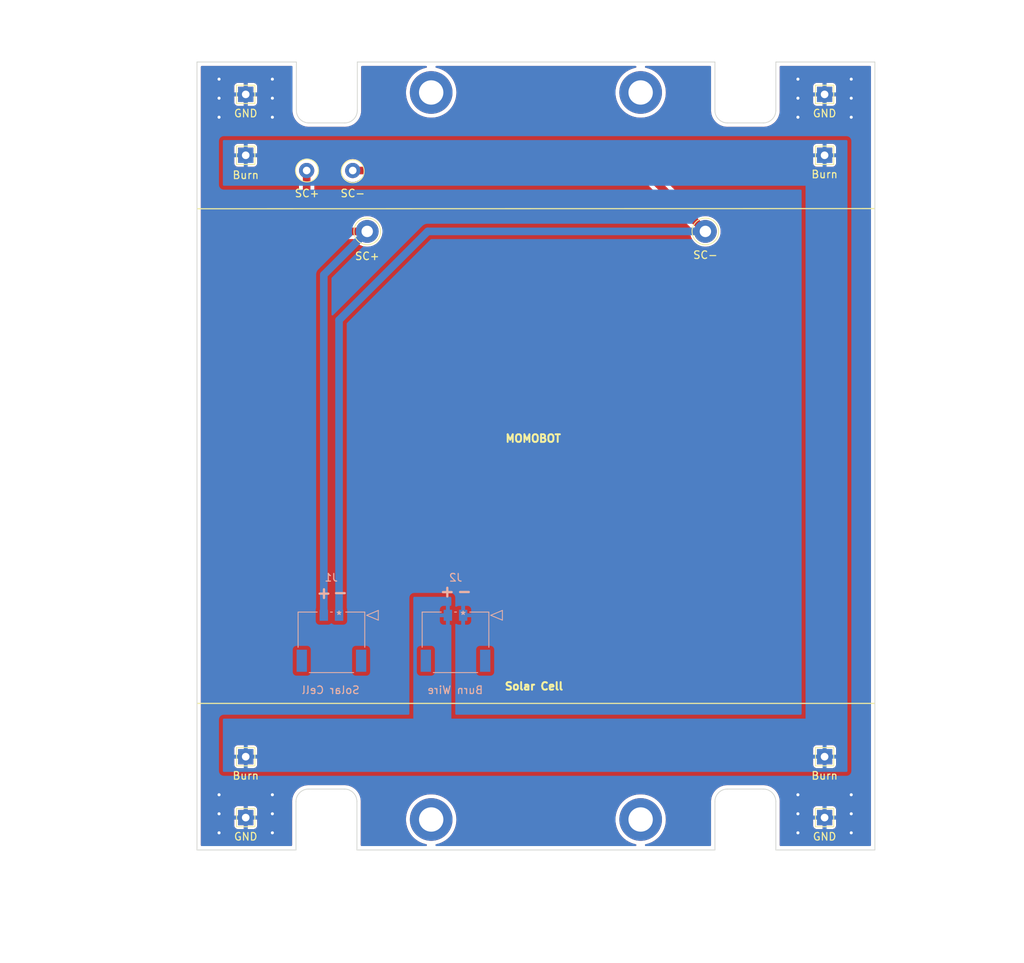
<source format=kicad_pcb>
(kicad_pcb (version 20211014) (generator pcbnew)
  (layers (0 "F.Cu" signal) (31 "B.Cu" signal) (34 "B.Paste" user) (35 "F.Paste" user) (36 "B.SilkS" user "B.Silkscreen") (37 "F.SilkS" user "F.Silkscreen") (38 "B.Mask" user) (39 "F.Mask" user) (44 "Edge.Cuts" user))
  (net 0 "")
  (net 1 "SC-")
  (net 2 "SC+")
  (net 3 "GND")
  (net 4 "BURN")
  (footprint "TestPoint:TestPoint_THTPad_2.0x2.0mm_Drill1.0mm" (layer "F.Cu") (at 150 130)
    (fp_text reference "LowerBurn3")
    (fp_text value "Burn" (at 0 2.5) (layer "F.SilkS"))
    (fp_line (start 1.2 1.2) (end -1.2 1.2) (layer "F.SilkS") (width 0.12))
    (fp_line (start -1.2 1.2) (end -1.2 -1.2) (layer "F.SilkS") (width 0.12))
    (fp_line (start 1.2 -1.2) (end 1.2 1.2) (layer "F.SilkS") (width 0.12))
    (fp_line (start -1.2 -1.2) (end 1.2 -1.2) (layer "F.SilkS") (width 0.12))
    (pad "1" thru_hole rect (at 0 0) (size 2 2) (drill 1) (layers *.Cu *.Mask) (net 4 "BURN"))
  )
  (footprint "TestPoint:TestPoint_Loop_D1.80mm_Drill1.0mm_Beaded" (layer "F.Cu") (at 82.05 53)
    (fp_text reference "TP1")
    (fp_text value "SC+" (at 0 3 unlocked) (layer "F.SilkS"))
    (fp_circle (center 0 0) (end 1.5 0) (layer "F.SilkS") (width 0.12) (fill none))
    (pad "1" thru_hole circle (at -0.05 0) (size 2 2) (drill 1) (layers *.Cu *.Mask) (net 2 "SC+"))
  )
  (footprint "MountingHole:MountingHole_3.2mm_M3_DIN965_Pad" (layer "F.Cu") (at 98.35 138.25)
    (fp_text reference "H3")
    (fp_text value "MountingHole")
    (pad "1" thru_hole circle (at 0 0) (size 5.6 5.6) (drill 3.2) (layers *.Cu *.Mask))
  )
  (footprint "TestPoint:TestPoint_THTPad_2.0x2.0mm_Drill1.0mm" (layer "F.Cu") (at 74 138)
    (fp_text reference "LowerBurn2")
    (fp_text value "GND" (at 0 2.5) (layer "F.SilkS"))
    (fp_line (start -1.2 -1.2) (end 1.2 -1.2) (layer "F.SilkS") (width 0.12))
    (fp_line (start 1.2 -1.2) (end 1.2 1.2) (layer "F.SilkS") (width 0.12))
    (fp_line (start 1.2 1.2) (end -1.2 1.2) (layer "F.SilkS") (width 0.12))
    (fp_line (start -1.2 1.2) (end -1.2 -1.2) (layer "F.SilkS") (width 0.12))
    (pad "1" thru_hole rect (at 0 0) (size 2 2) (drill 1) (layers *.Cu *.Mask) (net 3 "GND"))
  )
  (footprint "TestPoint:TestPoint_THTPad_D3.0mm_Drill1.5mm" (layer "F.Cu") (at 89.95 61)
    (fp_text reference "SC1")
    (fp_text value "SC+" (at 0 3.25) (layer "F.SilkS"))
    (fp_circle (center 0 0) (end 0 1.75) (layer "F.SilkS") (width 0.12) (fill none))
    (pad "1" thru_hole circle (at 0 0) (size 3 3) (drill 1.5) (layers *.Cu *.Mask) (net 2 "SC+"))
  )
  (footprint "TestPoint:TestPoint_THTPad_2.0x2.0mm_Drill1.0mm" (layer "F.Cu") (at 150 43)
    (fp_text reference "UpperBurn4")
    (fp_text value "GND" (at 0 2.5) (layer "F.SilkS"))
    (fp_line (start 1.2 1.2) (end -1.2 1.2) (layer "F.SilkS") (width 0.12))
    (fp_line (start -1.2 -1.2) (end 1.2 -1.2) (layer "F.SilkS") (width 0.12))
    (fp_line (start -1.2 1.2) (end -1.2 -1.2) (layer "F.SilkS") (width 0.12))
    (fp_line (start 1.2 -1.2) (end 1.2 1.2) (layer "F.SilkS") (width 0.12))
    (pad "1" thru_hole rect (at 0 0) (size 2 2) (drill 1) (layers *.Cu *.Mask) (net 3 "GND"))
  )
  (footprint "MountingHole:MountingHole_3.2mm_M3_DIN965_Pad" (layer "F.Cu") (at 125.85 138.25)
    (fp_text reference "H4")
    (fp_text value "MountingHole")
    (pad "1" thru_hole circle (at 0 0) (size 5.6 5.6) (drill 3.2) (layers *.Cu *.Mask))
  )
  (footprint "TestPoint:TestPoint_THTPad_2.0x2.0mm_Drill1.0mm" (layer "F.Cu") (at 74 51)
    (fp_text reference "UpperBurn1")
    (fp_text value "Burn" (at 0 2.6) (layer "F.SilkS"))
    (fp_line (start 1.2 1.2) (end -1.2 1.2) (layer "F.SilkS") (width 0.12))
    (fp_line (start -1.2 1.2) (end -1.2 -1.2) (layer "F.SilkS") (width 0.12))
    (fp_line (start 1.2 -1.2) (end 1.2 1.2) (layer "F.SilkS") (width 0.12))
    (fp_line (start -1.2 -1.2) (end 1.2 -1.2) (layer "F.SilkS") (width 0.12))
    (pad "1" thru_hole rect (at 0 0) (size 2 2) (drill 1) (layers *.Cu *.Mask) (net 4 "BURN"))
  )
  (footprint "MountingHole:MountingHole_3.2mm_M3_DIN965_Pad" (layer "F.Cu") (at 125.85 42.75)
    (fp_text reference "H2")
    (fp_text value "MountingHole")
    (pad "1" thru_hole circle (at 0 0) (size 5.6 5.6) (drill 3.2) (layers *.Cu *.Mask))
  )
  (footprint "TestPoint:TestPoint_THTPad_2.0x2.0mm_Drill1.0mm" (layer "F.Cu") (at 74 43)
    (fp_text reference "UpperBurn2")
    (fp_text value "GND" (at 0 2.5) (layer "F.SilkS"))
    (fp_line (start -1.2 1.2) (end -1.2 -1.2) (layer "F.SilkS") (width 0.12))
    (fp_line (start -1.2 -1.2) (end 1.2 -1.2) (layer "F.SilkS") (width 0.12))
    (fp_line (start 1.2 1.2) (end -1.2 1.2) (layer "F.SilkS") (width 0.12))
    (fp_line (start 1.2 -1.2) (end 1.2 1.2) (layer "F.SilkS") (width 0.12))
    (pad "1" thru_hole rect (at 0 0) (size 2 2) (drill 1) (layers *.Cu *.Mask) (net 3 "GND"))
  )
  (footprint "TestPoint:TestPoint_THTPad_2.0x2.0mm_Drill1.0mm" (layer "F.Cu") (at 74 130)
    (fp_text reference "LowerBurn1")
    (fp_text value "Burn" (at 0 2.5) (layer "F.SilkS"))
    (fp_line (start 1.2 1.2) (end -1.2 1.2) (layer "F.SilkS") (width 0.12))
    (fp_line (start -1.2 -1.2) (end 1.2 -1.2) (layer "F.SilkS") (width 0.12))
    (fp_line (start 1.2 -1.2) (end 1.2 1.2) (layer "F.SilkS") (width 0.12))
    (fp_line (start -1.2 1.2) (end -1.2 -1.2) (layer "F.SilkS") (width 0.12))
    (pad "1" thru_hole rect (at 0 0) (size 2 2) (drill 1) (layers *.Cu *.Mask) (net 4 "BURN"))
  )
  (footprint "TestPoint:TestPoint_Loop_D1.80mm_Drill1.0mm_Beaded" (layer "F.Cu") (at 88.05 53.1)
    (fp_text reference "TP2")
    (fp_text value "SC-" (at 0 2.9 unlocked) (layer "F.SilkS"))
    (fp_circle (center 0 0) (end 1.5 0) (layer "F.SilkS") (width 0.12) (fill none))
    (pad "1" thru_hole circle (at 0 -0.1) (size 2 2) (drill 1) (layers *.Cu *.Mask) (net 1 "SC-"))
  )
  (footprint "TestPoint:TestPoint_THTPad_D3.0mm_Drill1.5mm" (layer "F.Cu") (at 134.35 61)
    (fp_text reference "SC2")
    (fp_text value "SC-" (at 0 3.1) (layer "F.SilkS"))
    (fp_circle (center 0 0) (end 0 1.75) (layer "F.SilkS") (width 0.12) (fill none))
    (pad "1" thru_hole circle (at 0 0) (size 3 3) (drill 1.5) (layers *.Cu *.Mask) (net 1 "SC-"))
  )
  (footprint "MountingHole:MountingHole_3.2mm_M3_DIN965_Pad" (layer "F.Cu") (at 98.35 42.75)
    (fp_text reference "H1")
    (fp_text value "MountingHole")
    (pad "1" thru_hole circle (at 0 0) (size 5.6 5.6) (drill 3.2) (layers *.Cu *.Mask))
  )
  (footprint "TestPoint:TestPoint_THTPad_2.0x2.0mm_Drill1.0mm" (layer "F.Cu") (at 150 51)
    (fp_text reference "UpperBurn3")
    (fp_text value "Burn" (at 0 2.5) (layer "F.SilkS"))
    (fp_line (start 1.2 1.2) (end -1.2 1.2) (layer "F.SilkS") (width 0.12))
    (fp_line (start 1.2 -1.2) (end 1.2 1.2) (layer "F.SilkS") (width 0.12))
    (fp_line (start -1.2 1.2) (end -1.2 -1.2) (layer "F.SilkS") (width 0.12))
    (fp_line (start -1.2 -1.2) (end 1.2 -1.2) (layer "F.SilkS") (width 0.12))
    (pad "1" thru_hole rect (at 0 0) (size 2 2) (drill 1) (layers *.Cu *.Mask) (net 4 "BURN"))
  )
  (footprint "TestPoint:TestPoint_THTPad_2.0x2.0mm_Drill1.0mm" (layer "F.Cu") (at 150 138)
    (fp_text reference "LowerBurn4")
    (fp_text value "GND" (at 0 2.5) (layer "F.SilkS"))
    (fp_line (start -1.2 -1.2) (end 1.2 -1.2) (layer "F.SilkS") (width 0.12))
    (fp_line (start 1.2 -1.2) (end 1.2 1.2) (layer "F.SilkS") (width 0.12))
    (fp_line (start -1.2 1.2) (end -1.2 -1.2) (layer "F.SilkS") (width 0.12))
    (fp_line (start 1.2 1.2) (end -1.2 1.2) (layer "F.SilkS") (width 0.12))
    (pad "1" thru_hole rect (at 0 0) (size 2 2) (drill 1) (layers *.Cu *.Mask) (net 3 "GND"))
  )
  (footprint "Molex_PicoLock_2p_2mm_2053380002:2053380002" (layer "B.Cu") (at 86.2535 111.425001)
    (fp_text reference "J1" (at -1.0285 -4.950001) (layer "B.SilkS") (effects (justify mirror)))
    (fp_text value "Solar Cell" (at -1.1035 9.824999) (layer "B.SilkS") (effects (justify mirror)))
    (fp_text user "*" (at 0 0) (layer "B.SilkS") (effects (justify mirror)))
    (fp_line (start 3.628992 0) (end 5.152992 0.635) (layer "B.SilkS") (width 0.12))
    (fp_line (start -5.374991 4.20496) (end -5.374991 -0.425) (layer "B.SilkS") (width 0.12))
    (fp_line (start -5.374991 -0.425) (end -2.870041 -0.425) (layer "B.SilkS") (width 0.12))
    (fp_line (start 3.374992 -0.425) (end 3.374992 4.20496) (layer "B.SilkS") (width 0.12))
    (fp_line (start 5.152992 0.635) (end 5.152992 -0.635) (layer "B.SilkS") (width 0.12))
    (fp_line (start -1.129961 -0.425) (end -0.87004 -0.425) (layer "B.SilkS") (width 0.12))
    (fp_line (start 5.152992 -0.635) (end 3.628992 0) (layer "B.SilkS") (width 0.12))
    (fp_line (start 0.87004 -0.425) (end 3.374992 -0.425) (layer "B.SilkS") (width 0.12))
    (fp_line (start 1.915982 7.525) (end -3.915981 7.525) (layer "B.SilkS") (width 0.12))
    (pad "1" smd rect locked (at 0 0) (size 1.1 1.45) (layers "B.Cu" "B.Paste" "B.Mask") (net 1 "SC-"))
    (pad "2" smd rect locked (at -2.000001 0) (size 1.1 1.45) (layers "B.Cu" "B.Paste" "B.Mask") (net 2 "SC+"))
    (pad "3" smd rect locked (at 2.894998 5.974999) (size 1.35 2.899999) (layers "B.Cu" "B.Paste" "B.Mask"))
    (pad "4" smd rect locked (at -4.894997 5.974999) (size 1.35 2.899999) (layers "B.Cu" "B.Paste" "B.Mask"))
  )
  (footprint "Molex_PicoLock_2p_2mm_2053380002:2053380002" (layer "B.Cu") (at 102.543495 111.425001)
    (fp_text reference "J2" (at -0.9785 -4.950001) (layer "B.SilkS") (effects (justify mirror)))
    (fp_text value "Burn Wire" (at -1.043495 9.824999) (layer "B.SilkS") (effects (justify mirror)))
    (fp_text user "*" (at 0 0) (layer "B.SilkS") (effects (justify mirror)))
    (fp_line (start 3.374992 -0.425) (end 3.374992 4.20496) (layer "B.SilkS") (width 0.12))
    (fp_line (start -5.374991 -0.425) (end -2.870041 -0.425) (layer "B.SilkS") (width 0.12))
    (fp_line (start -1.129961 -0.425) (end -0.87004 -0.425) (layer "B.SilkS") (width 0.12))
    (fp_line (start 5.152992 0.635) (end 5.152992 -0.635) (layer "B.SilkS") (width 0.12))
    (fp_line (start 3.628992 0) (end 5.152992 0.635) (layer "B.SilkS") (width 0.12))
    (fp_line (start 1.915982 7.525) (end -3.915981 7.525) (layer "B.SilkS") (width 0.12))
    (fp_line (start -5.374991 4.20496) (end -5.374991 -0.425) (layer "B.SilkS") (width 0.12))
    (fp_line (start 0.87004 -0.425) (end 3.374992 -0.425) (layer "B.SilkS") (width 0.12))
    (fp_line (start 5.152992 -0.635) (end 3.628992 0) (layer "B.SilkS") (width 0.12))
    (pad "1" smd rect locked (at 0 0) (size 1.1 1.45) (layers "B.Cu" "B.Paste" "B.Mask") (net 3 "GND"))
    (pad "2" smd rect locked (at -2.000001 0) (size 1.1 1.45) (layers "B.Cu" "B.Paste" "B.Mask") (net 4 "BURN"))
    (pad "3" smd rect locked (at 2.894998 5.974999) (size 1.35 2.899999) (layers "B.Cu" "B.Paste" "B.Mask"))
    (pad "4" smd rect locked (at -4.894997 5.974999) (size 1.35 2.899999) (layers "B.Cu" "B.Paste" "B.Mask"))
  )
  (gr_line (start 67.7 123) (end 156.525 123) (layer "F.SilkS") (width 0.15))
  (gr_line (start 67.7 58.025) (end 156.5 58) (layer "F.SilkS") (width 0.15))
  (gr_line (start 143.6 38.75) (end 156.6 38.75) (layer "Edge.Cuts") (width 0.1))
  (gr_line (start 135.6 142.25) (end 88.6 142.25) (layer "Edge.Cuts") (width 0.1))
  (gr_line (start 156.6 38.75) (end 156.6 142.25) (layer "Edge.Cuts") (width 0.1))
  (gr_line (start 135.6 142.25) (end 135.6 135.9) (layer "Edge.Cuts") (width 0.1))
  (gr_arc (start 88.65 45.1) (mid 88.166726 46.266726) (end 87 46.75) (layer "Edge.Cuts") (width 0.1))
  (gr_line (start 80.6 142.25) (end 67.6 142.25) (layer "Edge.Cuts") (width 0.1))
  (gr_line (start 143.6 142.25) (end 156.6 142.25) (layer "Edge.Cuts") (width 0.1))
  (gr_arc (start 143.6 45.1) (mid 143.116726 46.266726) (end 141.95 46.75) (layer "Edge.Cuts") (width 0.1))
  (gr_arc (start 135.6 135.9) (mid 136.083274 134.733274) (end 137.25 134.25) (layer "Edge.Cuts") (width 0.1))
  (gr_line (start 141.95 134.25) (end 137.25 134.25) (layer "Edge.Cuts") (width 0.1))
  (gr_line (start 88.6 135.9) (end 88.6 142.25) (layer "Edge.Cuts") (width 0.1))
  (gr_arc (start 141.95 134.25) (mid 143.116726 134.733274) (end 143.6 135.9) (layer "Edge.Cuts") (width 0.1))
  (gr_line (start 135.6 45.1) (end 135.6 38.75) (layer "Edge.Cuts") (width 0.1))
  (gr_line (start 82.3 46.75) (end 87 46.75) (layer "Edge.Cuts") (width 0.1))
  (gr_arc (start 86.95 134.25) (mid 88.116726 134.733274) (end 88.6 135.9) (layer "Edge.Cuts") (width 0.1))
  (gr_line (start 86.95 134.25) (end 82.25 134.25) (layer "Edge.Cuts") (width 0.1))
  (gr_line (start 143.6 38.75) (end 143.6 45.1) (layer "Edge.Cuts") (width 0.1))
  (gr_arc (start 137.25 46.75) (mid 136.083274 46.266726) (end 135.6 45.1) (layer "Edge.Cuts") (width 0.1))
  (gr_line (start 88.65 38.75) (end 135.6 38.75) (layer "Edge.Cuts") (width 0.1))
  (gr_line (start 80.65 45.1) (end 80.65 38.75) (layer "Edge.Cuts") (width 0.1))
  (gr_arc (start 82.3 46.75) (mid 81.133274 46.266726) (end 80.65 45.1) (layer "Edge.Cuts") (width 0.1))
  (gr_line (start 143.6 135.9) (end 143.6 142.25) (layer "Edge.Cuts") (width 0.1))
  (gr_line (start 80.65 38.75) (end 67.6 38.75) (layer "Edge.Cuts") (width 0.1))
  (gr_line (start 67.6 142.25) (end 67.6 38.75) (layer "Edge.Cuts") (width 0.1))
  (gr_arc (start 80.6 135.9) (mid 81.083274 134.733274) (end 82.25 134.25) (layer "Edge.Cuts") (width 0.1))
  (gr_line (start 88.65 38.75) (end 88.65 45.1) (layer "Edge.Cuts") (width 0.1))
  (gr_line (start 80.6 142.25) (end 80.6 135.9) (layer "Edge.Cuts") (width 0.1))
  (gr_line (start 137.25 46.75) (end 141.95 46.75) (layer "Edge.Cuts") (width 0.1))
  (gr_text "+" (at 100.464995 108.275) (layer "B.SilkS") (effects (font (size 1.5 1.5) (thickness 0.3)) (justify mirror)))
  (gr_text "-" (at 102.714995 108.475 -180) (layer "B.SilkS") (effects (font (size 1.5 1.5) (thickness 0.3)) (justify mirror)))
  (gr_text "-" (at 86.425 108.625 -180) (layer "B.SilkS") (effects (font (size 1.5 1.5) (thickness 0.3)) (justify mirror)))
  (gr_text "+" (at 84.275 108.475) (layer "B.SilkS") (effects (font (size 1.5 1.5) (thickness 0.3)) (justify mirror)))
  (gr_text "MOMOBOT" (at 111.75 88.2) (layer "F.SilkS") (effects (font (size 1 1) (thickness 0.25))))
  (gr_text "Solar Cell" (at 111.85 120.75) (layer "F.SilkS") (effects (font (size 1 1) (thickness 0.25))))
  (segment (start 126.35 53) (end 134.35 61) (width 1) (layer "F.Cu") (net 1))
  (segment (start 88.05 53) (end 126.35 53) (width 1) (layer "F.Cu") (net 1))
  (segment (start 134.35 61) (end 97.9 61) (width 1) (layer "B.Cu") (net 1))
  (segment (start 86.2535 72.6465) (end 86.2535 111.425001) (width 1) (layer "B.Cu") (net 1))
  (segment (start 97.9 61) (end 86.2535 72.6465) (width 1) (layer "B.Cu") (net 1))
  (segment (start 89.95 61) (end 85.1 61) (width 1) (layer "F.Cu") (net 2))
  (segment (start 85.1 61) (end 82 57.9) (width 1) (layer "F.Cu") (net 2))
  (segment (start 82 57.9) (end 82 53) (width 1) (layer "F.Cu") (net 2))
  (segment (start 89.95 61) (end 84.253499 66.696501) (width 1) (layer "B.Cu") (net 2))
  (segment (start 84.253499 66.696501) (end 84.253499 111.425001) (width 1) (layer "B.Cu") (net 2))
  (via (at 77.5 41) (size 0.8) (drill 0.4) (layers "F.Cu" "B.Cu") (net 3))
  (via (at 153.5 137.5) (size 0.8) (drill 0.4) (layers "F.Cu" "B.Cu") (net 3))
  (via (at 77.5 43.5) (size 0.8) (drill 0.4) (layers "F.Cu" "B.Cu") (net 3))
  (via (at 153.5 41) (size 0.8) (drill 0.4) (layers "F.Cu" "B.Cu") (net 3))
  (via (at 146.5 135) (size 0.8) (drill 0.4) (layers "F.Cu" "B.Cu") (net 3))
  (via (at 70.5 140) (size 0.8) (drill 0.4) (layers "F.Cu" "B.Cu") (net 3))
  (via (at 146.5 140) (size 0.8) (drill 0.4) (layers "F.Cu" "B.Cu") (net 3))
  (via (at 146.5 41) (size 0.8) (drill 0.4) (layers "F.Cu" "B.Cu") (net 3))
  (via (at 153.5 46) (size 0.8) (drill 0.4) (layers "F.Cu" "B.Cu") (net 3))
  (via (at 146.5 46) (size 0.8) (drill 0.4) (layers "F.Cu" "B.Cu") (net 3))
  (via (at 70.5 137.5) (size 0.8) (drill 0.4) (layers "F.Cu" "B.Cu") (net 3))
  (via (at 70.5 46) (size 0.8) (drill 0.4) (layers "F.Cu" "B.Cu") (net 3))
  (via (at 77.5 137.5) (size 0.8) (drill 0.4) (layers "F.Cu" "B.Cu") (net 3))
  (via (at 77.5 46) (size 0.8) (drill 0.4) (layers "F.Cu" "B.Cu") (net 3))
  (via (at 70.5 135) (size 0.8) (drill 0.4) (layers "F.Cu" "B.Cu") (net 3))
  (via (at 77.5 135) (size 0.8) (drill 0.4) (layers "F.Cu" "B.Cu") (net 3))
  (via (at 146.5 43.5) (size 0.8) (drill 0.4) (layers "F.Cu" "B.Cu") (net 3))
  (via (at 153.5 140) (size 0.8) (drill 0.4) (layers "F.Cu" "B.Cu") (net 3))
  (via (at 146.5 137.5) (size 0.8) (drill 0.4) (layers "F.Cu" "B.Cu") (net 3))
  (via (at 153.5 135) (size 0.8) (drill 0.4) (layers "F.Cu" "B.Cu") (net 3))
  (via (at 70.5 43.5) (size 0.8) (drill 0.4) (layers "F.Cu" "B.Cu") (net 3))
  (via (at 77.5 140) (size 0.8) (drill 0.4) (layers "F.Cu" "B.Cu") (net 3))
  (via (at 153.5 43.5) (size 0.8) (drill 0.4) (layers "F.Cu" "B.Cu") (net 3))
  (via (at 70.5 41) (size 0.8) (drill 0.4) (layers "F.Cu" "B.Cu") (net 3))
  (zone (net 3) (net_name "GND") (layer "F.Cu") (connect_pads (clearance 0.508)) (min_thickness 0.254) (fill yes (thermal_gap 0.508) (thermal_bridge_width 0.508))
    (polygon (pts (xy 162.775 149.35) (xy 63.25 149.35) (xy 63.475 30.725) (xy 162.775 30.725)))
  )
  (zone (net 3) (net_name "GND") (layer "B.Cu") (connect_pads (clearance 0.508)) (min_thickness 0.254) (fill yes (thermal_gap 0.508) (thermal_bridge_width 0.508))
    (polygon (pts (xy 158 144.5) (xy 66 144.5) (xy 66 36) (xy 158 36)))
  )
  (zone (net 4) (net_name "BURN") (layer "B.Cu") (priority 3) (connect_pads (clearance 0.508)) (min_thickness 0.254) (fill yes (thermal_gap 0.508) (thermal_bridge_width 0.508))
    (polygon (pts (xy 153 132) (xy 71 132) (xy 71 125) (xy 96 125) (xy 96 109) (xy 101 109) (xy 101 125) (xy 147.5 125) (xy 147.5 55) (xy 71 55) (xy 71 49) (xy 153 49)))
  )
)
</source>
